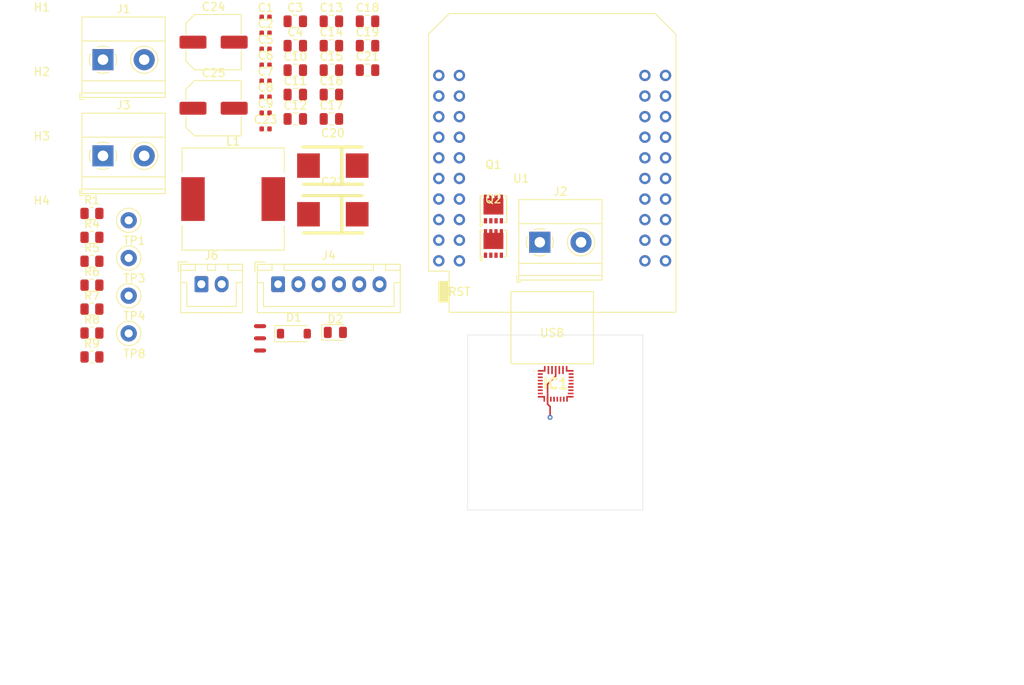
<source format=kicad_pcb>
(kicad_pcb (version 20240108) (generator "pcbnew") (generator_version "8.0")
  (layers (0 "F.Cu" signal) (1 "In1.Cu" power) (2 "In2.Cu" signal) (31 "B.Cu" signal) (34 "B.Paste" user) (35 "F.Paste" user) (36 "B.SilkS" user "B.Silkscreen") (37 "F.SilkS" user "F.Silkscreen") (38 "B.Mask" user) (39 "F.Mask" user) (44 "Edge.Cuts" user))
  (net 0 "")
  (net 1 "GND")
  (net 2 "SW2")
  (net 3 "STAT")
  (net 4 "SW1")
  (net 5 "ILIM_HIZ")
  (net 6 "BTST2")
  (net 7 "VIN1")
  (net 8 "SDRV")
  (net 9 "TS")
  (net 10 "VBUS")
  (net 11 "REGN")
  (net 12 "BTST1")
  (net 13 "BATTERY")
  (net 14 "PGND")
  (net 15 "SYS")
  (net 16 "PMID")
  (net 17 "/BQ25798 module/I2C_SDA")
  (net 18 "/BQ25798 module/~INT")
  (net 19 "/BQ25798 module/~RST")
  (net 20 "/BQ25798 module/I2C_SCL")
  (net 33 "Net-(J5-OUT)")
  (footprint "Resistor_SMD:R_0805_2012Metric" (layer "F.Cu") (at 40.059 58.181)
    (property "Reference" "R8" (at 0 -1.65 0) (layer "F.SilkS"))
    (property "Value" "2k2")
    (pad "1" smd roundrect (at -0.9125 0) (size 1.025 1.4) (layers "F.Cu" "F.Paste" "F.Mask") (roundrect_rratio 0.243902) (net 11 "REGN"))
    (pad "2" smd roundrect (at 0.9125 0) (size 1.025 1.4) (layers "F.Cu" "F.Paste" "F.Mask") (roundrect_rratio 0.243902))
  )
  (footprint "TerminalBlock_Phoenix:TerminalBlock_Phoenix_MKDS-1,5-2-5.08_1x02_P5.08mm_Horizontal" (layer "F.Cu") (at 41.419 24.471)
    (property "Reference" "J1" (at 2.54 -6.26 0) (layer "F.SilkS"))
    (property "Value" "Input 12V DC")
    (pad "1" thru_hole rect (at 0 0) (size 2.6 2.6) (drill 1.3) (layers "*.Cu" "*.Mask") (net 14 "PGND"))
    (pad "2" thru_hole circle (at 5.08 0) (size 2.6 2.6) (drill 1.3) (layers "*.Cu" "*.Mask") (net 7 "VIN1"))
  )
  (footprint "Capacitor_SMD:C_0402_1005Metric" (layer "F.Cu") (at 61.459 23.161)
    (property "Reference" "C5" (at 0 -1.16 0) (layer "F.SilkS"))
    (property "Value" "100n 25V")
    (pad "1" smd roundrect (at -0.48 0) (size 0.56 0.62) (layers "F.Cu" "F.Paste" "F.Mask") (net 15 "SYS"))
    (pad "2" smd roundrect (at 0.48 0) (size 0.56 0.62) (layers "F.Cu" "F.Paste" "F.Mask") (net 14 "PGND"))
  )
  (footprint "mouser (samacsys):BQ25798RQMR_smaller_protected_area" (layer "F.Cu") (at 97.207 64.44)
    (property "Reference" "IC1" (at 0.001 0 0) (layer "F.SilkS") (effects (font (size 1.27 1.27) (thickness 0.254))))
    (property "Value" "BQ25798RQMR" (hide yes))
    (pad "1" smd rect (at -1.825 -1.6 90) (size 0.2 0.75) (layers "F.Cu" "F.Paste" "F.Mask") (net 3 "STAT"))
    (pad "2" smd rect (at -1.9 -1.2 90) (size 0.2 0.6) (layers "F.Cu" "F.Paste" "F.Mask"))
    (pad "3" smd rect (at -1.9 -0.8 90) (size 0.2 0.6) (layers "F.Cu" "F.Paste" "F.Mask"))
    (pad "4" smd rect (at -1.9 -0.4 90) (size 0.2 0.6) (layers "F.Cu" "F.Paste" "F.Mask") (net 12 "BTST1"))
    (pad "5" smd rect (at -1.9 0 90) (size 0.2 0.6) (layers "F.Cu" "F.Paste" "F.Mask") (net 11 "REGN"))
    (pad "6" smd rect (at -1.9 0.4 90) (size 0.2 0.6) (layers "F.Cu" "F.Paste" "F.Mask"))
    (pad "7" smd rect (at -1.9 0.8 90) (size 0.2 0.6) (layers "F.Cu" "F.Paste" "F.Mask"))
    (pad "8" smd rect (at -1.9 1.2 90) (size 0.2 0.6) (layers "F.Cu" "F.Paste" "F.Mask"))
    (pad "9" smd rect (at -1.85 1.6 90) (size 0.2 0.7) (layers "F.Cu" "F.Paste" "F.Mask") (net 7 "VIN1"))
    (pad "10" smd rect (at -1 1.9) (size 0.2 0.6) (layers "F.Cu" "F.Paste" "F.Mask") (net 1 "GND"))
    (pad "11" smd rect (at -0.6 1.9) (size 0.2 0.6) (layers "F.Cu" "F.Paste" "F.Mask"))
    (pad "12" smd rect (at -0.2 1.9) (size 0.2 0.6) (layers "F.Cu" "F.Paste" "F.Mask"))
    (pad "13" smd rect (at 0.2 1.9) (size 0.2 0.6) (layers "F.Cu" "F.Paste" "F.Mask") (net 19 "/BQ25798 module/~RST"))
    (pad "14" smd rect (at 0.6 1.9) (size 0.2 0.6) (layers "F.Cu" "F.Paste" "F.Mask") (net 20 "/BQ25798 module/I2C_SCL"))
    (pad "15" smd rect (at 1 1.9) (size 0.2 0.6) (layers "F.Cu" "F.Paste" "F.Mask") (net 17 "/BQ25798 module/I2C_SDA"))
    (pad "16" smd rect (at 1.853 1.6 90) (size 0.2 0.7) (layers "F.Cu" "F.Paste" "F.Mask") (net 9 "TS"))
    (pad "17" smd rect (at 1.85 1.2 90) (size 0.2 0.7) (layers "F.Cu" "F.Paste" "F.Mask") (net 5 "ILIM_HIZ"))
    (pad "18" smd rect (at 1.875 0.8 90) (size 0.2 0.65) (layers "F.Cu" "F.Paste" "F.Mask"))
    (pad "19" smd rect (at 1.86 0.4 90) (size 0.2 0.68) (layers "F.Cu" "F.Paste" "F.Mask") (net 6 "BTST2"))
    (pad "20" smd rect (at 1.9 0 90) (size 0.2 0.6) (layers "F.Cu" "F.Paste" "F.Mask"))
    (pad "21" smd rect (at 1.9 -0.4 90) (size 0.2 0.6) (layers "F.Cu" "F.Paste" "F.Mask") (net 18 "/BQ25798 module/~INT"))
    (pad "22" smd rect (at 1.9 -0.8 90) (size 0.2 0.6) (layers "F.Cu" "F.Paste" "F.Mask") (net 13 "BATTERY"))
    (pad "23" smd rect (at 1.9 -1.2 90) (size 0.2 0.6) (layers "F.Cu" "F.Paste" "F.Mask") (net 13 "BATTERY"))
    (pad "24" smd rect (at 1.825 -1.6 90) (size 0.2 0.75) (layers "F.Cu" "F.Paste" "F.Mask") (net 8 "SDRV"))
    (pad "25" smd rect (at 0.9 -1.7) (size 0.2 1) (layers "F.Cu" "F.Paste" "F.Mask") (net 15 "SYS"))
    (pad "26" smd rect (at 0.45 -1.7) (size 0.2 1) (layers "F.Cu" "F.Paste" "F.Mask") (net 2 "SW2"))
    (pad "27" smd rect (at 0 -1.7) (size 0.2 1) (layers "F.Cu" "F.Paste" "F.Mask") (net 14 "PGND"))
    (pad "28" smd rect (at -0.45 -1.7) (size 0.2 1) (layers "F.Cu" "F.Paste" "F.Mask") (net 4 "SW1"))
    (pad "29" smd rect (at -0.9 -1.7) (size 0.2 1) (layers "F.Cu" "F.Paste" "F.Mask") (net 16 "PMID"))
    (pad "30" smd rect (at -1.35 -1.85) (size 0.2 0.7) (layers "F.Cu" "F.Paste" "F.Mask") (net 3 "STAT"))
    (pad "31" smd rect (at -1.4 1.85) (size 0.2 0.7) (layers "F.Cu" "F.Paste" "F.Mask") (net 7 "VIN1"))
    (pad "32" smd rect (at 1.4 1.85) (size 0.2 0.7) (layers "F.Cu" "F.Paste" "F.Mask") (net 9 "TS"))
    (pad "33" smd rect (at 1.35 -1.85) (size 0.2 0.7) (layers "F.Cu" "F.Paste" "F.Mask") (net 8 "SDRV"))
  )
  (footprint "TerminalBlock_Phoenix:TerminalBlock_Phoenix_MKDS-1,5-2-5.08_1x02_P5.08mm_Horizontal" (layer "F.Cu") (at 41.419 36.331)
    (property "Reference" "J3" (at 2.54 -6.26 0) (layer "F.SilkS"))
    (property "Value" "Battery")
    (pad "1" thru_hole rect (at 0 0) (size 2.6 2.6) (drill 1.3) (layers "*.Cu" "*.Mask") (net 14 "PGND"))
    (pad "2" thru_hole circle (at 5.08 0) (size 2.6 2.6) (drill 1.3) (layers "*.Cu" "*.Mask") (net 13 "BATTERY"))
  )
  (footprint "Capacitor_SMD:C_0402_1005Metric" (layer "F.Cu") (at 61.459 19.221)
    (property "Reference" "C1" (at 0 -1.16 0) (layer "F.SilkS"))
    (property "Value" "47n 25V")
    (pad "1" smd roundrect (at -0.48 0) (size 0.56 0.62) (layers "F.Cu" "F.Paste" "F.Mask") (net 2 "SW2"))
    (pad "2" smd roundrect (at 0.48 0) (size 0.56 0.62) (layers "F.Cu" "F.Paste" "F.Mask") (net 6 "BTST2"))
  )
  (footprint "Connector_JST:JST_XH_B2B-XH-A_1x02_P2.50mm_Vertical" (layer "F.Cu") (at 53.549 52.161)
    (property "Reference" "J6" (at 1.25 -3.55 0) (layer "F.SilkS"))
    (property "Value" "NTC temp sensor")
    (pad "1" thru_hole roundrect (at 0 0) (size 1.7 2) (drill 1) (layers "*.Cu" "*.Mask") (roundrect_rratio 0.147059) (net 1 "GND"))
    (pad "2" thru_hole oval (at 2.5 0) (size 1.7 2) (drill 1) (layers "*.Cu" "*.Mask") (net 9 "TS"))
  )
  (footprint "MountingHole:MountingHole_3.2mm_M3" (layer "F.Cu") (at 33.879 38.111)
    (property "Reference" "H3" (at 0 -4.2 0) (layer "F.SilkS"))
    (property "Value" "MountingHole")
    (pad "" np_thru_hole circle (at 0 0) (size 3.2 3.2) (drill 3.2) (layers "*.Cu" "*.Mask"))
  )
  (footprint "MountingHole:MountingHole_3.2mm_M3" (layer "F.Cu") (at 33.879 30.161)
    (property "Reference" "H2" (at 0 -4.2 0) (layer "F.SilkS"))
    (property "Value" "MountingHole")
    (pad "" np_thru_hole circle (at 0 0) (size 3.2 3.2) (drill 3.2) (layers "*.Cu" "*.Mask"))
  )
  (footprint "TestPoint:TestPoint_Loop_D1.80mm_Drill1.0mm_Beaded" (layer "F.Cu") (at 44.589 44.281)
    (property "Reference" "TP1" (at 0.7 2.5 0) (layer "F.SilkS"))
    (property "Value" "GND")
    (pad "1" thru_hole circle (at 0 0) (size 2 2) (drill 1) (layers "*.Cu" "*.Mask") (net 1 "GND"))
  )
  (footprint "Resistor_SMD:R_0805_2012Metric" (layer "F.Cu") (at 40.059 46.381)
    (property "Reference" "R4" (at 0 -1.65 0) (layer "F.SilkS"))
    (property "Value" "100R")
    (pad "1" smd roundrect (at -0.9125 0) (size 1.025 1.4) (layers "F.Cu" "F.Paste" "F.Mask") (roundrect_rratio 0.243902))
    (pad "2" smd roundrect (at 0.9125 0) (size 1.025 1.4) (layers "F.Cu" "F.Paste" "F.Mask") (roundrect_rratio 0.243902) (net 13 "BATTERY"))
  )
  (footprint "Capacitor_SMD:C_0805_2012Metric" (layer "F.Cu") (at 69.569 22.751)
    (property "Reference" "C14" (at 0 -1.68 0) (layer "F.SilkS"))
    (property "Value" "10u 25V")
    (pad "1" smd roundrect (at -0.95 0) (size 1 1.45) (layers "F.Cu" "F.Paste" "F.Mask") (net 15 "SYS"))
    (pad "2" smd roundrect (at 0.95 0) (size 1 1.45) (layers "F.Cu" "F.Paste" "F.Mask") (net 14 "PGND"))
  )
  (footprint "easyeda2kicad:DFN-8_L3.3-W3.3-P0.65-BL-3" (layer "F.Cu") (at 89.535 47.13)
    (property "Reference" "Q2" (at 0 -5.46 0) (layer "F.SilkS"))
    (property "Value" "AON7528")
    (pad "1" smd rect (at -0.98 1.46) (size 0.4 0.65) (layers "F.Cu" "F.Paste" "F.Mask"))
    (pad "2" smd rect (at -0.32 1.46) (size 0.4 0.65) (layers "F.Cu" "F.Paste" "F.Mask"))
    (pad "3" smd rect (at 0.32 1.46) (size 0.4 0.65) (layers "F.Cu" "F.Paste" "F.Mask"))
    (pad "4" smd rect (at 0.98 1.46) (size 0.4 0.65) (layers "F.Cu" "F.Paste" "F.Mask"))
    (pad "5" smd rect (at 0.98 -1.46) (size 0.4 0.6) (layers "F.Cu" "F.Paste" "F.Mask"))
    (pad "6" smd rect (at 0.32 -1.46) (size 0.4 0.6) (layers "F.Cu" "F.Paste" "F.Mask"))
    (pad "7" smd rect (at -0.32 -1.46) (size 0.4 0.6) (layers "F.Cu" "F.Paste" "F.Mask"))
    (pad "8" smd rect (at -0.98 -1.46) (size 0.4 0.6) (layers "F.Cu" "F.Paste" "F.Mask"))
    (pad "9" smd rect (at 0 -0.31) (size 2.45 2) (layers "F.Cu" "F.Paste" "F.Mask"))
  )
  (footprint "MountingHole:MountingHole_3.2mm_M3" (layer "F.Cu") (at 33.879 46.061)
    (property "Reference" "H4" (at 0 -4.2 0) (layer "F.SilkS"))
    (property "Value" "MountingHole")
    (pad "" np_thru_hole circle (at 0 0) (size 3.2 3.2) (drill 3.2) (layers "*.Cu" "*.Mask"))
  )
  (footprint "Resistor_SMD:R_0805_2012Metric" (layer "F.Cu") (at 40.059 49.331)
    (property "Reference" "R5" (at 0 -1.65 0) (layer "F.SilkS"))
    (property "Value" "27k 1-2%")
    (pad "1" smd roundrect (at -0.9125 0) (size 1.025 1.4) (layers "F.Cu" "F.Paste" "F.Mask") (roundrect_rratio 0.243902))
    (pad "2" smd roundrect (at 0.9125 0) (size 1.025 1.4) (layers "F.Cu" "F.Paste" "F.Mask") (roundrect_rratio 0.243902) (net 1 "GND"))
  )
  (footprint "Capacitor_SMD:C_0402_1005Metric" (layer "F.Cu") (at 61.459 21.191)
    (property "Reference" "C2" (at 0 -1.16 0) (layer "F.SilkS"))
    (property "Value" "47n 25V")
    (pad "1" smd roundrect (at -0.48 0) (size 0.56 0.62) (layers "F.Cu" "F.Paste" "F.Mask") (net 12 "BTST1"))
    (pad "2" smd roundrect (at 0.48 0) (size 0.56 0.62) (layers "F.Cu" "F.Paste" "F.Mask") (net 4 "SW1"))
  )
  (footprint "Capacitor_SMD:C_0805_2012Metric" (layer "F.Cu") (at 74.019 22.751)
    (property "Reference" "C19" (at 0 -1.68 0) (layer "F.SilkS"))
    (property "Value" "10u 25V")
    (pad "1" smd roundrect (at -0.95 0) (size 1 1.45) (layers "F.Cu" "F.Paste" "F.Mask") (net 15 "SYS"))
    (pad "2" smd roundrect (at 0.95 0) (size 1 1.45) (layers "F.Cu" "F.Paste" "F.Mask") (net 14 "PGND"))
  )
  (footprint "Capacitor_SMD:C_0805_2012Metric" (layer "F.Cu") (at 69.569 19.741)
    (property "Reference" "C13" (at 0 -1.68 0) (layer "F.SilkS"))
    (property "Value" "10u 25V")
    (pad "1" smd roundrect (at -0.95 0) (size 1 1.45) (layers "F.Cu" "F.Paste" "F.Mask") (net 10 "VBUS"))
    (pad "2" smd roundrect (at 0.95 0) (size 1 1.45) (layers "F.Cu" "F.Paste" "F.Mask") (net 14 "PGND"))
  )
  (footprint "Modules_MCU:ESP32_mini MH-ET-LIVE" (layer "F.Cu") (at 96.774 37.846)
    (property "Reference" "U1" (at -3.81 1.27 0) (layer "F.SilkS"))
    (property "Value" "mini_esp32 MH-ET-Live")
    (fp_text user "USB" (at 0 20.32 0) (layer "F.SilkS"))
    (fp_text user "RST" (at -11.43 15.24 0) (layer "F.SilkS"))
    (pad "1" thru_hole circle (at -13.97 -11.43 270) (size 1.4 1.4) (drill 0.8) (layers "*.Cu" "*.Mask") (net 1 "GND"))
    (pad "2" thru_hole circle (at -11.43 -11.43 270) (size 1.4 1.4) (drill 0.8) (layers "*.Cu" "*.Mask"))
    (pad "3" thru_hole circle (at -13.97 -8.89 270) (size 1.4 1.4) (drill 0.8) (layers "*.Cu" "*.Mask"))
    (pad "4" thru_hole circle (at -11.43 -8.89 270) (size 1.4 1.4) (drill 0.8) (layers "*.Cu" "*.Mask"))
    (pad "5" thru_hole circle (at -13.97 -6.35 270) (size 1.4 1.4) (drill 0.8) (layers "*.Cu" "*.Mask"))
    (pad "6" thru_hole circle (at -11.43 -6.35 270) (size 1.4 1.4) (drill 0.8) (layers "*.Cu" "*.Mask"))
    (pad "7" thru_hole circle (at -13.97 -3.81 270) (size 1.4 1.4) (drill 0.8) (layers "*.Cu" "*.Mask"))
    (pad "8" thru_hole circle (at -11.43 -3.81 270) (size 1.4 1.4) (drill 0.8) (layers "*.Cu" "*.Mask"))
    (pad "9" thru_hole circle (at -13.97 -1.27 270) (size 1.4 1.4) (drill 0.8) (layers "*.Cu" "*.Mask"))
    (pad "10" thru_hole circle (at -11.43 -1.27 270) (size 1.4 1.4) (drill 0.8) (layers "*.Cu" "*.Mask"))
    (pad "11" thru_hole circle (at -13.97 1.27 270) (size 1.4 1.4) (drill 0.8) (layers "*.Cu" "*.Mask"))
    (pad "12" thru_hole circle (at -11.43 1.27 270) (size 1.4 1.4) (drill 0.8) (layers "*.Cu" "*.Mask"))
    (pad "13" thru_hole circle (at -13.97 3.81 270) (size 1.4 1.4) (drill 0.8) (layers "*.Cu" "*.Mask"))
    (pad "14" thru_hole circle (at -11.43 3.81 270) (size 1.4 1.4) (drill 0.8) (layers "*.Cu" "*.Mask"))
    (pad "15" thru_hole circle (at -13.97 6.35 270) (size 1.4 1.4) (drill 0.8) (layers "*.Cu" "*.Mask"))
    (pad "16" thru_hole circle (at -11.43 6.35 270) (size 1.4 1.4) (drill 0.8) (layers "*.Cu" "*.Mask") (net 33 "Net-(J5-OUT)"))
    (pad "17" thru_hole circle (at -13.97 8.89 270) (size 1.4 1.4) (drill 0.8) (layers "*.Cu" "*.Mask"))
    (pad "18" thru_hole circle (at -11.43 8.89 270) (size 1.4 1.4) (drill 0.8) (layers "*.Cu" "*.Mask"))
    (pad "19" thru_hole circle (at -13.97 11.43 270) (size 1.4 1.4) (drill 0.8) (layers "*.Cu" "*.Mask"))
    (pad "20" thru_hole circle (at -11.43 11.43 270) (size 1.4 1.4) (drill 0.8) (layers "*.Cu" "*.Mask"))
    (pad "21" thru_hole circle (at 11.43 -11.43 270) (size 1.4 1.4) (drill 0.8) (layers "*.Cu" "*.Mask"))
    (pad "22" thru_hole circle (at 13.97 -11.43 270) (size 1.4 1.4) (drill 0.8) (layers "*.Cu" "*.Mask") (net 1 "GND"))
    (pad "23" thru_hole circle (at 11.43 -8.89 270) (size 1.4 1.4) (drill 0.8) (layers "*.Cu" "*.Mask"))
    (pad "24" thru_hole circle (at 13.97 -8.89 270) (size 1.4 1.4) (drill 0.8) (layers "*.Cu" "*.Mask"))
    (pad "25" thru_hole circle (at 11.43 -6.35 270) (size 1.4 1.4) (drill 0.8) (layers "*.Cu" "*.Mask") (net 20 "/BQ25798 module/I2C_SCL"))
    (pad "26" thru_hole circle (at 13.97 -6.35 270) (size 1.4 1.4) (drill 0.8) (layers "*.Cu" "*.Mask"))
    (pad "27" thru_hole circle (at 11.43 -3.81 270) (size 1.4 1.4) (drill 0.8) (layers "*.Cu" "*.Mask") (net 17 "/BQ25798 module/I2C_SDA"))
    (pad "28" thru_hole circle (at 13.97 -3.81 270) (size 1.4 1.4) (drill 0.8) (layers "*.Cu" "*.Mask"))
    (pad "29" thru_hole circle (at 11.43 -1.27 270) (size 1.4 1.4) (drill 0.8) (layers "*.Cu" "*.Mask"))
    (pad "30" thru_hole circle (at 13.97 -1.27 270) (size 1.4 1.4) (drill 0.8) (layers "*.Cu" "*.Mask"))
    (pad "31" thru_hole circle (at 11.43 1.27 270) (size 1.4 1.4) (drill 0.8) (layers "*.Cu" "*.Mask"))
    (pad "32" thru_hole circle (at 13.97 1.27 270) (size 1.4 1.4) (drill 0.8) (layers "*.Cu" "*.Mask"))
    (pad "33" thru_hole circle (at 11.43 3.81 270) (size 1.4 1.4) (drill 0.8) (layers "*.Cu" "*.Mask") (net 1 "GND"))
    (pad "34" thru_hole circle (at 13.97 3.81 270) (size 1.4 1.4) (drill 0.8) (layers "*.Cu" "*.Mask"))
    (pad "35" thru_hole circle (at 11.43 6.35 270) (size 1.4 1.4) (drill 0.8) (layers "*.Cu" "*.Mask"))
    (pad "36" thru_hole circle (at 13.97 6.35 270) (size 1.4 1.4) (drill 0.8) (layers "*.Cu" "*.Mask"))
    (pad "37" thru_hole circle (at 11.43 8.89 270) (size 1.4 1.4) (drill 0.8) (layers "*.Cu" "*.Mask"))
    (pad "38" thru_hole circle (at 13.97 8.89 270) (size 1.4 1.4) (drill 0.8) (layers "*.Cu" "*.Mask"))
    (pad "39" thru_hole circle (at 11.43 11.43 270) (size 1.4 1.4) (drill 0.8) (layers "*.Cu" "*.Mask"))
    (pad "40" thru_hole circle (at 13.97 11.43 270) (size 1.4 1.4) (drill 0.8) (layers "*.Cu" "*.Mask"))
  )
  (footprint "easyeda2kicad:DFN-8_L3.3-W3.3-P0.65-BL-3" (layer "F.Cu") (at 89.535 42.88)
    (property "Reference" "Q1" (at 0 -5.46 0) (layer "F.SilkS"))
    (property "Value" "AON7528")
    (pad "1" smd rect (at -0.98 1.46) (size 0.4 0.65) (layers "F.Cu" "F.Paste" "F.Mask"))
    (pad "2" smd rect (at -0.32 1.46) (size 0.4 0.65) (layers "F.Cu" "F.Paste" "F.Mask"))
    (pad "3" smd rect (at 0.32 1.46) (size 0.4 0.65) (layers "F.Cu" "F.Paste" "F.Mask"))
    (pad "4" smd rect (at 0.98 1.46) (size 0.4 0.65) (layers "F.Cu" "F.Paste" "F.Mask"))
    (pad "5" smd rect (at 0.98 -1.46) (size 0.4 0.6) (layers "F.Cu" "F.Paste" "F.Mask") (net 7 "VIN1"))
    (pad "6" smd rect (at 0.32 -1.46) (size 0.4 0.6) (layers "F.Cu" "F.Paste" "F.Mask") (net 7 "VIN1"))
    (pad "7" smd rect (at -0.32 -1.46) (size 0.4 0.6) (layers "F.Cu" "F.Paste" "F.Mask") (net 7 "VIN1"))
    (pad "8" smd rect (at -0.98 -1.46) (size 0.4 0.6) (layers "F.Cu" "F.Paste" "F.Mask") (net 7 "VIN1"))
    (pad "9" smd rect (at 0 -0.31) (size 2.45 2) (layers "F.Cu" "F.Paste" "F.Mask") (net 7 "VIN1"))
  )
  (footprint "Capacitor_SMD:C_0805_2012Metric" (layer "F.Cu") (at 65.119 31.781)
    (property "Reference" "C12" (at 0 -1.68 0) (layer "F.SilkS"))
    (property "Value" "10u 25V")
    (pad "1" smd roundrect (at -0.95 0) (size 1 1.45) (layers "F.Cu" "F.Paste" "F.Mask") (net 16 "PMID"))
    (pad "2" smd roundrect (at 0.95 0) (size 1 1.45) (layers "F.Cu" "F.Paste" "F.Mask") (net 14 "PGND"))
  )
  (footprint "Capacitor_SMD:C_0805_2012Metric" (layer "F.Cu") (at 65.119 19.741)
    (property "Reference" "C3" (at 0 -1.68 0) (layer "F.SilkS"))
    (property "Value" "4.7u 10V")
    (pad "1" smd roundrect (at -0.95 0) (size 1 1.45) (layers "F.Cu" "F.Paste" "F.Mask") (net 11 "REGN"))
    (pad "2" smd roundrect (at 0.95 0) (size 1 1.45) (layers "F.Cu" "F.Paste" "F.Mask") (net 1 "GND"))
  )
  (footprint "LED_SMD:LED_0805_2012Metric" (layer "F.Cu") (at 70.059 58.106)
    (property "Reference" "D2" (at 0 -1.65 0) (layer "F.SilkS"))
    (property "Value" "LED")
    (pad "1" smd roundrect (at -0.9375 0) (size 0.975 1.4) (layers "F.Cu" "F.Paste" "F.Mask") (net 3 "STAT"))
    (pad "2" smd roundrect (at 0.9375 0) (size 0.975 1.4) (layers "F.Cu" "F.Paste" "F.Mask"))
  )
  (footprint "NetTie:NetTie-2_SMD_Pad0.5mm" (layer "F.Cu") (at 60.774 58.836)
    (property "Reference" "NT2" (hide yes))
    (property "Value" "~" (hide yes))
    (fp_poly (pts (xy -0.5 -0.25) (xy 0.5 -0.25) (xy 0.5 0.25) (xy -0.5 0.25)) (fill solid) (layer "F.Cu"))
    (pad "1" smd circle (at -0.5 0) (size 0.5 0.5) (layers "F.Cu") (net 5 "ILIM_HIZ"))
    (pad "2" smd circle (at 0.5 0) (size 0.5 0.5) (layers "F.Cu") (net 11 "REGN"))
  )
  (footprint "Capacitor_SMD:C_0805_2012Metric" (layer "F.Cu") (at 69.569 28.771)
    (property "Reference" "C16" (at 0 -1.68 0) (layer "F.SilkS"))
    (property "Value" "10u 25V")
    (pad "1" smd roundrect (at -0.95 0) (size 1 1.45) (layers "F.Cu" "F.Paste" "F.Mask") (net 10 "VBUS"))
    (pad "2" smd roundrect (at 0.95 0) (size 1 1.45) (layers "F.Cu" "F.Paste" "F.Mask") (net 14 "PGND"))
  )
  (footprint "easyeda2kicad:CASE-D_7343" (layer "F.Cu") (at 69.744 37.536)
    (property "Reference" "C20" (at 0 -4 0) (layer "F.SilkS"))
    (property "Value" "47u POSCAP")
    (pad "1" smd rect (at 3 0 180) (size 2.8 3.01) (layers "F.Cu" "F.Paste" "F.Mask") (net 16 "PMID"))
    (pad "2" smd rect (at -3 0 180) (size 2.8 3.01) (layers "F.Cu" "F.Paste" "F.Mask") (net 14 "PGND"))
  )
  (footprint "Capacitor_SMD:C_0805_2012Metric" (layer "F.Cu") (at 74.019 25.761)
    (property "Reference" "C21" (at 0 -1.68 0) (layer "F.SilkS"))
    (property "Value" "10u 25V")
    (pad "1" smd roundrect (at -0.95 0) (size 1 1.45) (layers "F.Cu" "F.Paste" "F.Mask") (net 15 "SYS"))
    (pad "2" smd roundrect (at 0.95 0) (size 1 1.45) (layers "F.Cu" "F.Paste" "F.Mask") (net 14 "PGND"))
  )
  (footprint "Resistor_SMD:R_0805_2012Metric" (layer "F.Cu") (at 40.059 61.131)
    (property "Reference" "R9" (at 0 -1.65 0) (layer "F.SilkS"))
    (property "Value" "10k")
    (pad "1" smd roundrect (at -0.9125 0) (size 1.025 1.4) (layers "F.Cu" "F.Paste" "F.Mask") (roundrect_rratio 0.243902) (net 1 "GND"))
    (pad "2" smd roundrect (at 0.9125 0) (size 1.025 1.4) (layers "F.Cu" "F.Paste" "F.Mask") (roundrect_rratio 0.243902) (net 19 "/BQ25798 module/~RST"))
  )
  (footprint "Capacitor_SMD:C_0805_2012Metric" (layer "F.Cu") (at 69.569 31.781)
    (property "Reference" "C17" (at 0 -1.68 0) (layer "F.SilkS"))
    (property "Value" "10u 25V")
    (pad "1" smd roundrect (at -0.95 0) (size 1 1.45) (layers "F.Cu" "F.Paste" "F.Mask") (net 15 "SYS"))
    (pad "2" smd roundrect (at 0.95 0) (size 1 1.45) (layers "F.Cu" "F.Paste" "F.Mask") (net 14 "PGND"))
  )
  (footprint "Capacitor_SMD:C_0805_2012Metric" (layer "F.Cu") (at 65.119 22.751)
    (property "Reference" "C4" (at 0 -1.68 0) (layer "F.SilkS"))
    (property "Value" "10u 25V")
    (pad "1" smd roundrect (at -0.95 0) (size 1 1.45) (layers "F.Cu" "F.Paste" "F.Mask") (net 13 "BATTERY"))
    (pad "2" smd roundrect (at 0.95 0) (size 1 1.45) (layers "F.Cu" "F.Paste" "F.Mask") (net 14 "PGND"))
  )
  (footprint "Capacitor_SMD:C_0402_1005Metric" (layer "F.Cu") (at 61.459 33.011)
    (property "Reference" "C23" (at 0 -1.16 0) (layer "F.SilkS"))
    (property "Value" "47n 25V")
    (pad "1" smd roundrect (at -0.48 0) (size 0.56 0.62) (layers "F.Cu" "F.Paste" "F.Mask"))
    (pad "2" smd roundrect (at 0.48 0) (size 0.56 0.62) (layers "F.Cu" "F.Paste" "F.Mask") (net 14 "PGND"))
  )
  (footprint "TestPoint:TestPoint_Loop_D1.80mm_Drill1.0mm_Beaded" (layer "F.Cu") (at 44.589 48.931)
    (property "Reference" "TP3" (at 0.7 2.5 0) (layer "F.SilkS"))
    (property "Value" "PGND")
    (pad "1" thru_hole circle (at 0 0) (size 2 2) (drill 1) (layers "*.Cu" "*.Mask") (net 14 "PGND"))
  )
  (footprint "Capacitor_SMD:C_0402_1005Metric" (layer "F.Cu") (at 61.459 31.041)
    (property "Reference" "C9" (at 0 -1.16 0) (layer "F.SilkS"))
    (property "Value" "100n 25V")
    (pad "1" smd roundrect (at -0.48 0) (size 0.56 0.62) (layers "F.Cu" "F.Paste" "F.Mask") (net 7 "VIN1"))
    (pad "2" smd roundrect (at 0.48 0) (size 0.56 0.62) (layers "F.Cu" "F.Paste" "F.Mask") (net 14 "PGND"))
  )
  (footprint "Resistor_SMD:R_0805_2012Metric" (layer "F.Cu") (at 40.059 55.231)
    (property "Reference" "R7" (at 0 -1.65 0) (layer "F.SilkS"))
    (property "Value" "33k")
    (pad "1" smd roundrect (at -0.9125 0) (size 1.025 1.4) (layers "F.Cu" "F.Paste" "F.Mask") (roundrect_rratio 0.243902) (net 1 "GND"))
    (pad "2" smd roundrect (at 0.9125 0) (size 1.025 1.4) (layers "F.Cu" "F.Paste" "F.Mask") (roundrect_rratio 0.243902) (net 9 "TS"))
  )
  (footprint "easyeda2kicad:CASE-D_7343" (layer "F.Cu") (at 69.744 43.536)
    (property "Reference" "C22" (at 0 -4 0) (layer "F.SilkS"))
    (property "Value" "47u POSCAP")
    (pad "1" smd rect (at 3 0 180) (size 2.8 3.01) (layers "F.Cu" "F.Paste" "F.Mask") (net 16 "PMID"))
    (pad "2" smd rect (at -3 0 180) (size 2.8 3.01) (layers "F.Cu" "F.Paste" "F.Mask") (net 14 "PGND"))
  )
  (footprint "TerminalBlock_Phoenix:TerminalBlock_Phoenix_MKDS-1,5-2-5.08_1x02_P5.08mm_Horizontal" (layer "F.Cu") (at 95.25 46.99)
    (property "Reference" "J2" (at 2.54 -6.26 0) (layer "F.SilkS"))
    (property "Value" "Output 12V DC")
    (pad "1" thru_hole rect (at 0 0) (size 2.6 2.6) (drill 1.3) (layers "*.Cu" "*.Mask") (net 14 "PGND"))
    (pad "2" thru_hole circle (at 5.08 0) (size 2.6 2.6) (drill 1.3) (layers "*.Cu" "*.Mask") (net 16 "PMID"))
  )
  (footprint "NetTie:NetTie-2_SMD_Pad0.5mm" (layer "F.Cu") (at 60.774 60.336)
    (property "Reference" "NT4" (hide yes))
    (property "Value" "~" (hide yes))
    (fp_poly (pts (xy -0.5 -0.25) (xy 0.5 -0.25) (xy 0.5 0.25) (xy -0.5 0.25)) (fill solid) (layer "F.Cu"))
    (pad "1" smd circle (at -0.5 0) (size 0.5 0.5) (layers "F.Cu"))
    (pad "2" smd circle (at 0.5 0) (size 0.5 0.5) (layers "F.Cu"))
  )
  (footprint "Capacitor_SMD:C_0402_1005Metric" (layer "F.Cu") (at 61.459 27.101)
    (property "Reference" "C7" (at 0 -1.16 0) (layer "F.SilkS"))
    (property "Value" "100n 25V")
    (pad "1" smd roundrect (at -0.48 0) (size 0.56 0.62) (layers "F.Cu" "F.Paste" "F.Mask") (net 10 "VBUS"))
    (pad "2" smd roundrect (at 0.48 0) (size 0.56 0.62) (layers "F.Cu" "F.Paste" "F.Mask") (net 14 "PGND"))
  )
  (footprint "Capacitor_SMD:C_0402_1005Metric" (layer "F.Cu") (at 61.459 25.131)
    (property "Reference" "C6" (at 0 -1.16 0) (layer "F.SilkS"))
    (property "Value" "100n 25V")
    (pad "1" smd roundrect (at -0.48 0) (size 0.56 0.62) (layers "F.Cu" "F.Paste" "F.Mask") (net 16 "PMID"))
    (pad "2" smd roundrect (at 0.48 0) (size 0.56 0.62) (layers "F.Cu" "F.Paste" "F.Mask") (net 14 "PGND"))
  )
  (footprint "TestPoint:TestPoint_Loop_D1.80mm_Drill1.0mm_Beaded" (layer "F.Cu") (at 44.589 58.231)
    (property "Reference" "TP8" (at 0.7 2.5 0) (layer "F.SilkS"))
    (property "Value" "REGN")
    (pad "1" thru_hole circle (at 0 0) (size 2 2) (drill 1) (layers "*.Cu" "*.Mask") (net 11 "REGN"))
  )
  (footprint "Connector_JST:JST_XH_B6B-XH-A_1x06_P2.50mm_Vertical" (layer "F.Cu") (at 62.999 52.161)
    (property "Reference" "J4" (at 6.25 -3.55 0) (layer "F.SilkS"))
    (property "Value" "Conn_01x06_Pin")
    (pad "1" thru_hole roundrect (at 0 0) (size 1.7 1.95) (drill 0.95) (layers "*.Cu" "*.Mask") (roundrect_rratio 0.147059) (net 16 "PMID"))
    (pad "2" thru_hole oval (at 2.5 0) (size 1.7 1.95) (drill 0.95) (layers "*.Cu" "*.Mask") (net 1 "GND"))
    (pad "3" thru_hole oval (at 5 0) (size 1.7 1.95) (drill 0.95) (layers "*.Cu" "*.Mask") (net 17 "/BQ25798 module/I2C_SDA"))
    (pad "4" thru_hole oval (at 7.5 0) (size 1.7 1.95) (drill 0.95) (layers "*.Cu" "*.Mask") (net 20 "/BQ25798 module/I2C_SCL"))
    (pad "5" thru_hole oval (at 10 0) (size 1.7 1.95) (drill 0.95) (layers "*.Cu" "*.Mask") (net 19 "/BQ25798 module/~RST"))
    (pad "6" thru_hole oval (at 12.5 0) (size 1.7 1.95) (drill 0.95) (layers "*.Cu" "*.Mask") (net 18 "/BQ25798 module/~INT"))
  )
  (footprint "Capacitor_SMD:C_0805_2012Metric" (layer "F.Cu") (at 65.119 25.761)
    (property "Reference" "C10" (at 0 -1.68 0) (layer "F.SilkS"))
    (property "Value" "10u 25V")
    (pad "1" smd roundrect (at -0.95 0) (size 1 1.45) (layers "F.Cu" "F.Paste" "F.Mask") (net 13 "BATTERY"))
    (pad "2" smd roundrect (at 0.95 0) (size 1 1.45) (layers "F.Cu" "F.Paste" "F.Mask") (net 14 "PGND"))
  )
  (footprint "Capacitor_SMD:C_0805_2012Metric" (layer "F.Cu") (at 69.569 25.761)
    (property "Reference" "C15" (at 0 -1.68 0) (layer "F.SilkS"))
    (property "Value" "10u 25V")
    (pad "1" smd roundrect (at -0.95 0) (size 1 1.45) (layers "F.Cu" "F.Paste" "F.Mask") (net 16 "PMID"))
    (pad "2" smd roundrect (at 0.95 0) (size 1 1.45) (layers "F.Cu" "F.Paste" "F.Mask") (net 14 "PGND"))
  )
  (footprint "Capacitor_SMD:C_Elec_6.3x5.8" (layer "F.Cu") (at 55.049 30.461)
    (property "Reference" "C25" (at 0 -4.35 0) (layer "F.SilkS"))
    (property "Value" "47u low ESR")
    (pad "1" smd roundrect (at -2.5375 0) (size 3.325 1.6) (layers "F.Cu" "F.Paste" "F.Mask") (roundrect_rratio 0.15625) (net 16 "PMID"))
    (pad "2" smd roundrect (at 2.5375 0) (size 3.325 1.6) (layers "F.Cu" "F.Paste" "F.Mask") (roundrect_rratio 0.15625) (net 14 "PGND"))
  )
  (footprint "Capacitor_SMD:C_Elec_6.3x5.8" (layer "F.Cu") (at 55.049 22.311)
    (property "Reference" "C24" (at 0 -4.35 0) (layer "F.SilkS"))
    (property "Value" "47u low ESR")
    (pad "1" smd roundrect (at -2.5375 0) (size 3.325 1.6) (layers "F.Cu" "F.Paste" "F.Mask") (roundrect_rratio 0.15625) (net 16 "PMID"))
    (pad "2" smd roundrect (at 2.5375 0) (size 3.325 1.6) (layers "F.Cu" "F.Paste" "F.Mask") (roundrect_rratio 0.15625) (net 14 "PGND"))
  )
  (footprint "Capacitor_SMD:C_0805_2012Metric" (layer "F.Cu") (at 65.119 28.771)
    (property "Reference" "C11" (at 0 -1.68 0) (layer "F.SilkS"))
    (property "Value" "10u 25V")
    (pad "1" smd roundrect (at -0.95 0) (size 1 1.45) (layers "F.Cu" "F.Paste" "F.Mask") (net 15 "SYS"))
    (pad "2" smd roundrect (at 0.95 0) (size 1 1.45) (layers "F.Cu" "F.Paste" "F.Mask") (net 14 "PGND"))
  )
  (footprint "Resistor_SMD:R_0805_2012Metric" (layer "F.Cu") (at 40.059 43.431)
    (property "Reference" "R1" (at 0 -1.65 0) (layer "F.SilkS"))
    (property "Value" "270R")
    (pad "1" smd roundrect (at -0.9125 0) (size 1.025 1.4) (layers "F.Cu" "F.Paste" "F.Mask") (roundrect_rratio 0.243902))
    (pad "2" smd roundrect (at 0.9125 0) (size 1.025 1.4) (layers "F.Cu" "F.Paste" "F.Mask") (roundrect_rratio 0.243902))
  )
  (footprint "Inductor_SMD:L_12x12mm_H6mm" (layer "F.Cu") (at 57.459 41.661)
    (property "Reference" "L1" (at 0 -7.1 0) (layer "F.SilkS"))
    (property "Value" "2.2uH")
    (pad "1" smd rect (at -4.95 0) (size 2.9 5.4) (layers "F.Cu" "F.Paste" "F.Mask") (net 2 "SW2"))
    (pad "2" smd rect (at 4.95 0) (size 2.9 5.4) (layers "F.Cu" "F.Paste" "F.Mask") (net 4 "SW1"))
  )
  (footprint "Capacitor_SMD:C_0402_1005Metric" (layer "F.Cu") (at 61.459 29.071)
    (property "Reference" "C8" (at 0 -1.16 0) (layer "F.SilkS"))
    (property "Value" "1nF, 50V")
    (pad "1" smd roundrect (at -0.48 0) (size 0.56 0.62) (layers "F.Cu" "F.Paste" "F.Mask") (net 8 "SDRV"))
    (pad "2" smd roundrect (at 0.48 0) (size 0.56 0.62) (layers "F.Cu" "F.Paste" "F.Mask") (net 14 "PGND"))
  )
  (footprint "TestPoint:TestPoint_Loop_D1.80mm_Drill1.0mm_Beaded" (layer "F.Cu") (at 44.589 53.581)
    (property "Reference" "TP4" (at 0.7 2.5 0) (layer "F.SilkS"))
    (property "Value" "SYS")
    (pad "1" thru_hole circle (at 0 0) (size 2 2) (drill 1) (layers "*.Cu" "*.Mask") (net 15 "SYS"))
  )
  (footprint "Capacitor_SMD:C_0805_2012Metric" (layer "F.Cu") (at 74.019 19.741)
    (property "Reference" "C18" (at 0 -1.68 0) (layer "F.SilkS"))
    (property "Value" "10u 25V")
    (pad "1" smd roundrect (at -0.95 0) (size 1 1.45) (layers "F.Cu" "F.Paste" "F.Mask") (net 16 "PMID"))
    (pad "2" smd roundrect (at 0.95 0) (size 1 1.45) (layers "F.Cu" "F.Paste" "F.Mask") (net 14 "PGND"))
  )
  (footprint "MountingHole:MountingHole_3.2mm_M3" (layer "F.Cu") (at 33.879 22.211)
    (property "Reference" "H1" (at 0 -4.2 0) (layer "F.SilkS"))
    (property "Value" "MountingHole")
    (pad "" np_thru_hole circle (at 0 0) (size 3.2 3.2) (drill 3.2) (layers "*.Cu" "*.Mask"))
  )
  (footprint "NetTie:NetTie-2_SMD_Pad0.5mm" (layer "F.Cu") (at 60.774 57.336)
    (property "Reference" "NT1" (hide yes))
    (property "Value" "~" (hide yes))
    (fp_poly (pts (xy -0.5 -0.25) (xy 0.5 -0.25) (xy 0.5 0.25) (xy -0.5 0.25)) (fill solid) (layer "F.Cu"))
    (pad "1" smd circle (at -0.5 0) (size 0.5 0.5) (layers "F.Cu") (net 1 "GND"))
    (pad "2" smd circle (at 0.5 0) (size 0.5 0.5) (layers "F.Cu") (net 14 "PGND"))
  )
  (footprint "Resistor_SMD:R_0805_2012Metric" (layer "F.Cu") (at 40.059 52.281)
    (property "Reference" "R6" (at 0 -1.65 0) (layer "F.SilkS"))
    (property "Value" "5k6")
    (pad "1" smd roundrect (at -0.9125 0) (size 1.025 1.4) (layers "F.Cu" "F.Paste" "F.Mask") (roundrect_rratio 0.243902) (net 11 "REGN"))
    (pad "2" smd roundrect (at 0.9125 0) (size 1.025 1.4) (layers "F.Cu" "F.Paste" "F.Mask") (roundrect_rratio 0.243902) (net 9 "TS"))
  )
  (footprint "Diode_SMD:D_SOD-123" (layer "F.Cu") (at 64.944 58.261)
    (property "Reference" "D1" (at 0 -2 0) (layer "F.SilkS"))
    (property "Value" "12V")
    (pad "1" smd roundrect (at -1.65 0) (size 0.9 1.2) (layers "F.Cu" "F.Paste" "F.Mask"))
    (pad "2" smd roundrect (at 1.65 0) (size 0.9 1.2) (layers "F.Cu" "F.Paste" "F.Mask"))
  )
  (gr_rect (start 86.36 58.42) (end 107.95 80.01) (stroke (width 0.05)) (fill none) (layer "Edge.Cuts"))
  (segment (start 96.207 66.34) (end 96.207 66.94) (width 0.2) (layer "F.Cu") (net 1))
  (segment (start 96.207 64.49) (end 96.207 66.34) (width 0.2) (layer "F.Cu") (net 1))
  (segment (start 96.52 67.253) (end 96.52 68.58) (width 0.2) (layer "F.Cu") (net 1))
  (segment (start 97.207 62.74) (end 97.207 63.49) (width 0.2) (layer "F.Cu") (net 1))
  (segment (start 97.207 63.49) (end 96.207 64.49) (width 0.2) (layer "F.Cu") (net 1))
  (segment (start 96.207 66.94) (end 96.52 67.253) (width 0.2) (layer "F.Cu") (net 1))
  (via (at 96.52 68.58) (size 0.6) (drill 0.3) (layers "F.Cu" "B.Cu") (net 1))
)
</source>
